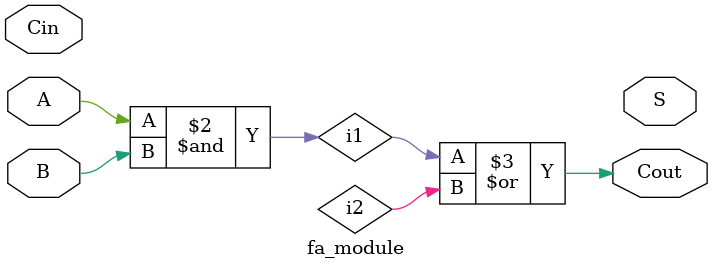
<source format=sv>

module fa_module
    (
        input logic A,
        input logic B,
        input logic Cin,
        output logic S,
        output logic Cout
    );

    logic i0, i1, i2;

    xor u0(i0, A, B);

    and u2(i1, A, B);

    or u4(Cout, i1, i2);

endmodule: fa_module

</source>
